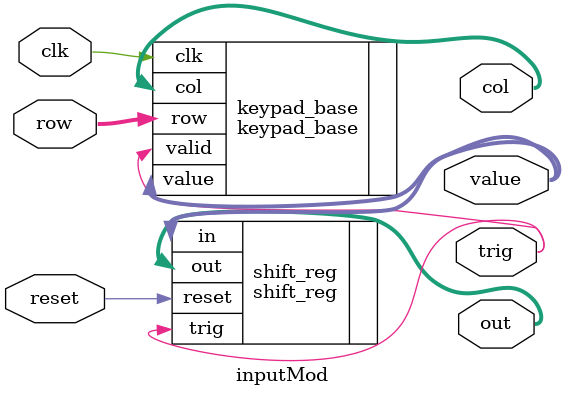
<source format=v>
module inputMod // Depends: keypad_base(clock_div,keypad_fsm, keypad_decoder), shift_reg
#( 		parameter DIGITS = 5
)
(  		input clk,
			input reset,
			input [3:0] row,
			output [3:0] col,
			output [(DIGITS*4)-1:0] out,
			// Debug
			output [3:0] value,
			output trig
);

			keypad_base keypad_base(
			.clk(clk),
			.row(row),
			.col(col),
			.value(value),
			.valid(trig)
			);
			
			shift_reg #(.COUNT(DIGITS)) shift_reg(
			.trig(trig),
			.in(value),
			.out(out),
			.reset(reset)
			);
			
endmodule
</source>
